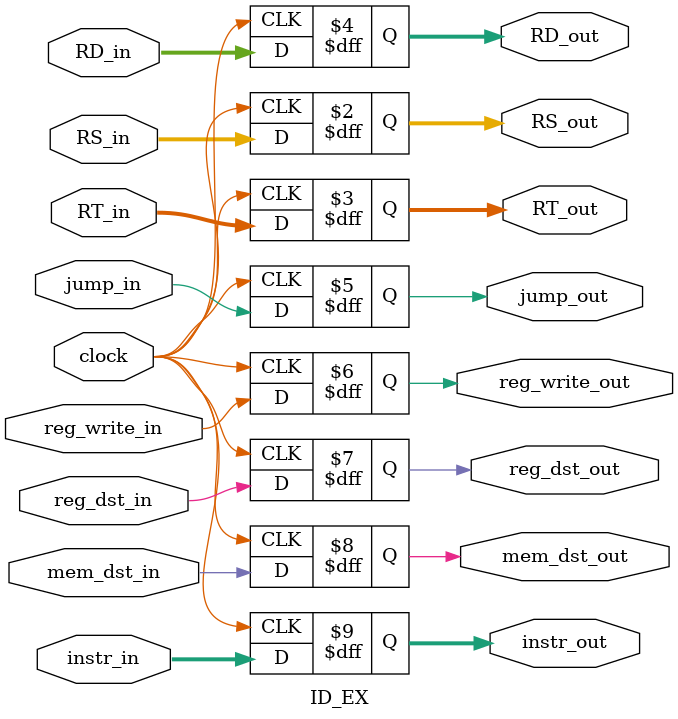
<source format=v>

module ID_EX(
	input wire clock,
	input wire [31:0] RS_in,
	input wire [31:0] RT_in,
	input wire [4:0]	RD_in,
	input wire jump_in,
	input wire reg_write_in,
	input wire reg_dst_in,
	input wire mem_dst_in,
	input wire [31:0] instr_in,
	
	output reg [31:0] RS_out,
	output reg [31:0] RT_out,
	output reg [4:0]  RD_out,
	output reg jump_out,
	output reg reg_write_out,
	output reg reg_dst_out,
	output reg mem_dst_out,
	output reg [31:0] instr_out
	);
	
	always @(posedge clock) begin
		RS_out <= RS_in;
		RT_out <= RT_in;
		RD_out <= RD_in;
		jump_out <= jump_in;
		reg_write_out <= reg_write_in;
		reg_dst_out <= reg_dst_in;
		mem_dst_out <= mem_dst_in;
		instr_out <= instr_in;
	end
endmodule

</source>
